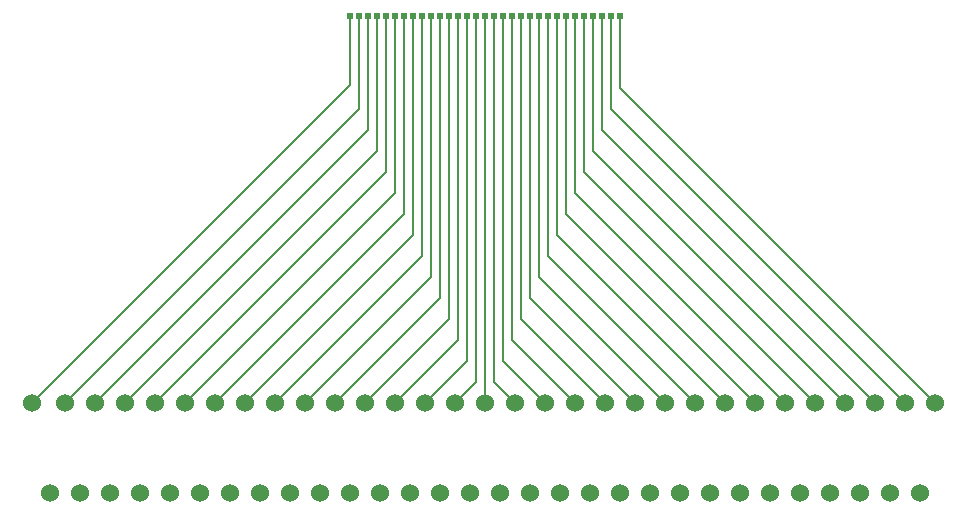
<source format=gbl>
G04 Layer: BottomLayer*
G04 EasyEDA v6.4.25, 2022-01-05T11:28:27--8:00*
G04 5b7509a3f8b64266bac100f98fe07f5d,73dcd3fe52254aa693cf92493c1ebcf7,10*
G04 Gerber Generator version 0.2*
G04 Scale: 100 percent, Rotated: No, Reflected: No *
G04 Dimensions in inches *
G04 leading zeros omitted , absolute positions ,3 integer and 6 decimal *
%FSLAX36Y36*%
%MOIN*%

%ADD11C,0.0080*%
%ADD12C,0.0240*%
%ADD16C,0.0600*%

%LPD*%
D11*
X1990000Y1760001D02*
G01*
X1990000Y470001D01*
X2020000Y1760001D02*
G01*
X2020000Y540001D01*
X2090000Y470001D01*
X2050000Y1760001D02*
G01*
X2050000Y610001D01*
X2190000Y470001D01*
X2080000Y1760001D02*
G01*
X2080000Y680001D01*
X2290000Y470001D01*
X2110000Y1760001D02*
G01*
X2110000Y750001D01*
X2390000Y470001D01*
X2140000Y1760001D02*
G01*
X2140000Y820001D01*
X2490000Y470001D01*
X2170000Y1760001D02*
G01*
X2170000Y890001D01*
X2590000Y470001D01*
X2200000Y1760001D02*
G01*
X2200000Y960001D01*
X2690000Y470001D01*
X2230000Y1760001D02*
G01*
X2230000Y1030001D01*
X2790000Y470001D01*
X2260000Y1760001D02*
G01*
X2260000Y1100001D01*
X2890000Y470001D01*
X2290000Y1760001D02*
G01*
X2290000Y1170001D01*
X2990000Y470001D01*
X2320000Y1760001D02*
G01*
X2320000Y1240001D01*
X3090000Y470001D01*
X2350000Y1760001D02*
G01*
X2350000Y1310001D01*
X3190000Y470001D01*
X2380000Y1760001D02*
G01*
X2380000Y1380001D01*
X3290000Y470001D01*
X2410000Y1760001D02*
G01*
X2410000Y1450001D01*
X3390000Y470001D01*
X2440000Y1760001D02*
G01*
X2440000Y1520001D01*
X3490000Y470001D01*
X1960000Y1760001D02*
G01*
X1960000Y540001D01*
X1890000Y470001D01*
X1930000Y1760001D02*
G01*
X1930000Y610001D01*
X1790000Y470001D01*
X1900000Y1760001D02*
G01*
X1900000Y680001D01*
X1690000Y470001D01*
X1870000Y1760001D02*
G01*
X1870000Y750001D01*
X1590000Y470001D01*
X1840000Y1760001D02*
G01*
X1840000Y820001D01*
X1490000Y470001D01*
X1810000Y1760001D02*
G01*
X1810000Y890001D01*
X1390000Y470001D01*
X1780000Y1760001D02*
G01*
X1780000Y960001D01*
X1290000Y470001D01*
X1750000Y1760001D02*
G01*
X1750000Y1030001D01*
X1190000Y470001D01*
X1720000Y1760001D02*
G01*
X1720000Y1100001D01*
X1090000Y470001D01*
X1690000Y1760001D02*
G01*
X1690000Y1170001D01*
X990000Y470001D01*
X1660000Y1760001D02*
G01*
X1660000Y1240001D01*
X890000Y470001D01*
X1630000Y1760001D02*
G01*
X1630000Y1310001D01*
X790000Y470001D01*
X1600000Y1760001D02*
G01*
X1600000Y1380001D01*
X690000Y470001D01*
X1570000Y1760001D02*
G01*
X1570000Y1450001D01*
X590000Y470001D01*
X1540000Y1760001D02*
G01*
X1540000Y1530001D01*
X480000Y470001D01*
D16*
G01*
X2090000Y470001D03*
G01*
X1990000Y470001D03*
G01*
X2190000Y470001D03*
G01*
X2290000Y470001D03*
G01*
X2390000Y470001D03*
G01*
X2490000Y470001D03*
G01*
X2590000Y470001D03*
G01*
X2690000Y470001D03*
G01*
X2790000Y470001D03*
G01*
X2890000Y470001D03*
G01*
X2990000Y470001D03*
G01*
X3090000Y470001D03*
G01*
X3190000Y470001D03*
G01*
X3290000Y470001D03*
G01*
X3390000Y470001D03*
G01*
X3490000Y470001D03*
G01*
X1890000Y470001D03*
G01*
X1790000Y470001D03*
G01*
X1690000Y470001D03*
G01*
X1590000Y470001D03*
G01*
X1490000Y470001D03*
G01*
X1390000Y470001D03*
G01*
X1290000Y470001D03*
G01*
X1190000Y470001D03*
G01*
X1090000Y470001D03*
G01*
X990000Y470001D03*
G01*
X890000Y470001D03*
G01*
X790000Y470001D03*
G01*
X690000Y470001D03*
G01*
X590000Y470001D03*
G01*
X540000Y170001D03*
G01*
X640000Y170001D03*
G01*
X740000Y170001D03*
G01*
X840000Y170001D03*
G01*
X940000Y170001D03*
G01*
X1040000Y170001D03*
G01*
X1140000Y170001D03*
G01*
X1240000Y170001D03*
G01*
X1340000Y170001D03*
G01*
X1440000Y170001D03*
G01*
X1540000Y170001D03*
G01*
X1640000Y170001D03*
G01*
X1740000Y170001D03*
G01*
X1840000Y170001D03*
G01*
X1940000Y170001D03*
G01*
X2040000Y170001D03*
G01*
X2140000Y170001D03*
G01*
X2240000Y170001D03*
G01*
X2340000Y170001D03*
G01*
X2440000Y170001D03*
G01*
X2540000Y170001D03*
G01*
X2640000Y170001D03*
G01*
X2740000Y170001D03*
G01*
X2840000Y170001D03*
G01*
X2940000Y170001D03*
G01*
X3040000Y170001D03*
G01*
X3140000Y170001D03*
G01*
X3240000Y170001D03*
G01*
X3340000Y170001D03*
G01*
X3440000Y170001D03*
G01*
X480000Y470001D03*
D12*
G01*
X1990000Y1759998D03*
G01*
X2020000Y1759998D03*
G01*
X2050000Y1759998D03*
G01*
X2080000Y1759998D03*
G01*
X2110000Y1759998D03*
G01*
X2140000Y1759998D03*
G01*
X2170000Y1759998D03*
G01*
X2200000Y1759998D03*
G01*
X2230000Y1759998D03*
G01*
X2260000Y1759998D03*
G01*
X2290000Y1759998D03*
G01*
X2320000Y1759998D03*
G01*
X2350000Y1759998D03*
G01*
X2380000Y1759998D03*
G01*
X2410000Y1759998D03*
G01*
X2440000Y1759998D03*
G01*
X1960000Y1759998D03*
G01*
X1930000Y1759998D03*
G01*
X1900000Y1759998D03*
G01*
X1870000Y1759998D03*
G01*
X1840000Y1759998D03*
G01*
X1810000Y1759998D03*
G01*
X1780000Y1759998D03*
G01*
X1750000Y1759998D03*
G01*
X1720000Y1759998D03*
G01*
X1690000Y1759998D03*
G01*
X1660000Y1759998D03*
G01*
X1630000Y1759998D03*
G01*
X1600000Y1759998D03*
G01*
X1570000Y1759998D03*
G01*
X1540000Y1759998D03*
M02*

</source>
